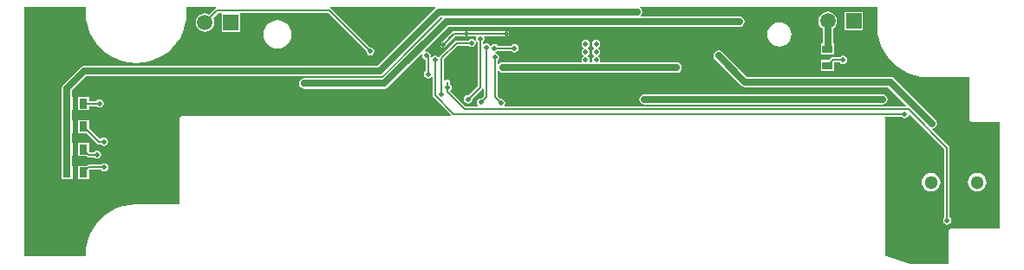
<source format=gbl>
%FSLAX25Y25*%
%MOIN*%
G70*
G01*
G75*
G04 Layer_Physical_Order=2*
G04 Layer_Color=16711680*
%ADD10R,0.07874X0.07874*%
%ADD11R,0.07087X0.07087*%
%ADD12R,0.03937X0.01575*%
%ADD13R,0.03937X0.03150*%
%ADD14R,0.03150X0.03937*%
%ADD15R,0.03937X0.04724*%
%ADD16R,0.04724X0.03937*%
%ADD17R,0.05118X0.05118*%
%ADD18R,0.02362X0.00787*%
%ADD19R,0.03150X0.00787*%
%ADD20R,0.00787X0.02362*%
%ADD21R,0.00787X0.03150*%
%ADD22C,0.04724*%
%ADD23R,0.11811X0.08268*%
%ADD24R,0.05118X0.03150*%
%ADD25R,0.05118X0.03150*%
%ADD26R,0.05000X0.03600*%
%ADD27R,0.03600X0.03600*%
%ADD28R,0.03600X0.05000*%
%ADD29R,0.03600X0.03600*%
%ADD30R,0.08898X0.12402*%
%ADD31R,0.05906X0.02400*%
%ADD32R,0.05118X0.01260*%
%ADD33C,0.02756*%
%ADD34C,0.00787*%
%ADD35C,0.02362*%
%ADD36C,0.01969*%
%ADD37R,0.09252X0.06142*%
%ADD38C,0.05118*%
%ADD39R,0.05906X0.05906*%
%ADD40C,0.05906*%
%ADD41C,0.01969*%
%ADD42C,0.02756*%
G36*
X175296Y-14771D02*
Y-31792D01*
X173385Y-33703D01*
X173385Y-33703D01*
X171852Y-35236D01*
X171696Y-35205D01*
X171082Y-35328D01*
X170561Y-35676D01*
X170213Y-36197D01*
X170091Y-36811D01*
X170213Y-37426D01*
X170561Y-37946D01*
X171082Y-38295D01*
X171696Y-38417D01*
X172311Y-38295D01*
X172832Y-37946D01*
X173180Y-37426D01*
X173302Y-36811D01*
X173271Y-36656D01*
X174804Y-35122D01*
X174804Y-35122D01*
X177009Y-32918D01*
X177179Y-32662D01*
X177658Y-32807D01*
Y-35607D01*
X176830Y-36435D01*
X176674Y-36404D01*
X176060Y-36527D01*
X175539Y-36875D01*
X175191Y-37396D01*
X175069Y-38010D01*
X175191Y-38625D01*
X175487Y-39067D01*
X175251Y-39508D01*
X170849D01*
X164826Y-33485D01*
Y-33429D01*
X164954Y-33343D01*
X165302Y-32822D01*
X165425Y-32208D01*
X165302Y-31593D01*
X164954Y-31073D01*
X164826Y-30987D01*
Y-30075D01*
X164749Y-29691D01*
X164532Y-29366D01*
X164206Y-29148D01*
X163822Y-29072D01*
X163438Y-29148D01*
X163113Y-29366D01*
X162975Y-29572D01*
X162496Y-29427D01*
Y-21288D01*
X167702Y-16082D01*
X171847D01*
X171935Y-16214D01*
X172456Y-16562D01*
X173071Y-16684D01*
X173685Y-16562D01*
X174206Y-16214D01*
X174554Y-15693D01*
X174677Y-15079D01*
X174584Y-14615D01*
X174880Y-14493D01*
X175296Y-14771D01*
D02*
G37*
G36*
X159302Y-1590D02*
X159211Y-1652D01*
X158724Y-2139D01*
X158723Y-2139D01*
X136885Y-23977D01*
X24016D01*
X23248Y-24130D01*
X22596Y-24565D01*
X16058Y-31104D01*
X15622Y-31755D01*
X15470Y-32523D01*
Y-35870D01*
X15311D01*
Y-40988D01*
X15470D01*
Y-44726D01*
X15311D01*
Y-49844D01*
X15470D01*
Y-53583D01*
X15311D01*
Y-58701D01*
X15470D01*
Y-62440D01*
X15311D01*
Y-67558D01*
X19642D01*
Y-62440D01*
X19484D01*
Y-58701D01*
X19642D01*
Y-53583D01*
X19484D01*
Y-49844D01*
X19642D01*
Y-44726D01*
X19484D01*
Y-40988D01*
X19642D01*
Y-35870D01*
X19484D01*
Y-33355D01*
X24847Y-27991D01*
X137716D01*
X138485Y-27839D01*
X139136Y-27404D01*
X146821Y-19718D01*
X146835Y-19709D01*
X146844Y-19695D01*
X161260Y-5279D01*
X161751Y-5376D01*
X161819Y-5540D01*
X138656Y-28703D01*
X108741D01*
X107973Y-28855D01*
X107322Y-29290D01*
X106887Y-29941D01*
X106734Y-30710D01*
X106887Y-31478D01*
X107322Y-32129D01*
X107973Y-32564D01*
X108741Y-32717D01*
X139487D01*
X140255Y-32564D01*
X140906Y-32129D01*
X153700Y-19335D01*
X154141Y-19571D01*
X154064Y-19961D01*
X154186Y-20575D01*
X154534Y-21096D01*
X155055Y-21444D01*
X155292Y-21491D01*
Y-25909D01*
X155160Y-25997D01*
X154812Y-26518D01*
X154690Y-27133D01*
X154812Y-27747D01*
X155160Y-28268D01*
X155681Y-28616D01*
X156296Y-28738D01*
X156910Y-28616D01*
X157431Y-28268D01*
X157527Y-28124D01*
X158006Y-28270D01*
Y-35307D01*
X158006Y-35307D01*
X158006D01*
X158082Y-35691D01*
X158300Y-36016D01*
X165000Y-42717D01*
X164809Y-43179D01*
X61811D01*
X61386Y-43264D01*
X61025Y-43505D01*
X60784Y-43866D01*
X60699Y-44291D01*
Y-77235D01*
X44094D01*
Y-77214D01*
X41557Y-77381D01*
X39063Y-77877D01*
X36655Y-78694D01*
X34375Y-79819D01*
X32261Y-81231D01*
X30349Y-82908D01*
X28672Y-84820D01*
X27260Y-86934D01*
X26135Y-89214D01*
X25318Y-91622D01*
X24822Y-94116D01*
X24655Y-96654D01*
X24676D01*
X24676Y-96654D01*
Y-97313D01*
X1112D01*
Y-1112D01*
X24676D01*
Y-3346D01*
X24676Y-3347D01*
X24655D01*
X24822Y-5884D01*
X25318Y-8378D01*
X26135Y-10786D01*
X27260Y-13066D01*
X28672Y-15180D01*
X30349Y-17092D01*
X32261Y-18769D01*
X34375Y-20181D01*
X36655Y-21306D01*
X39063Y-22123D01*
X41557Y-22619D01*
X44094Y-22786D01*
X46632Y-22619D01*
X49126Y-22123D01*
X51534Y-21306D01*
X53814Y-20181D01*
X55928Y-18769D01*
X57840Y-17092D01*
X59517Y-15180D01*
X60929Y-13066D01*
X62054Y-10786D01*
X62871Y-8378D01*
X63367Y-5884D01*
X63534Y-3347D01*
X63513D01*
Y-1112D01*
X74861D01*
X74910Y-1609D01*
X74797Y-1632D01*
X74471Y-1849D01*
X72218Y-4102D01*
X71435Y-3778D01*
X70510Y-3656D01*
X69585Y-3778D01*
X68723Y-4135D01*
X67983Y-4703D01*
X67415Y-5443D01*
X67058Y-6305D01*
X66936Y-7230D01*
X67058Y-8155D01*
X67415Y-9017D01*
X67983Y-9757D01*
X68723Y-10325D01*
X69585Y-10682D01*
X70510Y-10804D01*
X71435Y-10682D01*
X72297Y-10325D01*
X73037Y-9757D01*
X73605Y-9017D01*
X73962Y-8155D01*
X74084Y-7230D01*
X73962Y-6305D01*
X73638Y-5522D01*
X75597Y-3563D01*
X76613D01*
X76967Y-3916D01*
Y-10773D01*
X84053D01*
Y-3916D01*
X84053Y-3916D01*
D01*
D01*
X84053Y-3687D01*
D01*
X84177Y-3563D01*
X117931D01*
X132502Y-18134D01*
X132472Y-18290D01*
X132594Y-18904D01*
X132942Y-19425D01*
X133463Y-19773D01*
X134077Y-19895D01*
X134692Y-19773D01*
X135213Y-19425D01*
X135561Y-18904D01*
X135683Y-18290D01*
X135561Y-17675D01*
X135213Y-17154D01*
X134692Y-16806D01*
X134077Y-16684D01*
X133922Y-16715D01*
X119056Y-1850D01*
X118730Y-1632D01*
X118618Y-1609D01*
X118667Y-1112D01*
X159157D01*
X159302Y-1590D01*
D02*
G37*
G36*
X329006Y-8858D02*
X328986D01*
X329152Y-11396D01*
X329648Y-13890D01*
X330466Y-16297D01*
X331591Y-18578D01*
X333003Y-20692D01*
X334680Y-22604D01*
X336592Y-24281D01*
X338706Y-25693D01*
X340986Y-26818D01*
X343394Y-27635D01*
X345888Y-28131D01*
X348425Y-28297D01*
Y-28277D01*
X364243D01*
Y-44291D01*
X364243Y-44291D01*
X364243D01*
X364327Y-44717D01*
X364568Y-45078D01*
X364929Y-45319D01*
X365354Y-45403D01*
X376054D01*
Y-86098D01*
Y-86487D01*
X357481D01*
X357055Y-86571D01*
X356694Y-86812D01*
X356453Y-87173D01*
X356369Y-87599D01*
Y-100069D01*
X341891D01*
X332595Y-97358D01*
X332438Y-97344D01*
X332284Y-97313D01*
X332214D01*
Y-44291D01*
X332130Y-43866D01*
X331889Y-43505D01*
X331895Y-43484D01*
X338304D01*
X338392Y-43616D01*
X338913Y-43964D01*
X339528Y-44086D01*
X340142Y-43964D01*
X340663Y-43616D01*
X341011Y-43095D01*
X341083Y-42732D01*
X341562Y-42587D01*
X354863Y-55888D01*
Y-82241D01*
X354731Y-82329D01*
X354383Y-82850D01*
X354260Y-83465D01*
X354383Y-84079D01*
X354731Y-84600D01*
X355252Y-84948D01*
X355866Y-85070D01*
X356481Y-84948D01*
X357001Y-84600D01*
X357350Y-84079D01*
X357472Y-83465D01*
X357350Y-82850D01*
X357001Y-82329D01*
X356870Y-82241D01*
Y-55472D01*
X356793Y-55088D01*
X356576Y-54763D01*
X349955Y-48142D01*
X349968Y-48117D01*
X350736Y-47964D01*
X351388Y-47529D01*
X351823Y-46878D01*
X351975Y-46110D01*
X351823Y-45342D01*
X351388Y-44691D01*
X335356Y-28659D01*
X334705Y-28225D01*
X333937Y-28072D01*
X278942D01*
X269411Y-18541D01*
X268760Y-18106D01*
X267992Y-17954D01*
X267224Y-18106D01*
X266573Y-18541D01*
X266138Y-19193D01*
X265985Y-19961D01*
X266138Y-20729D01*
X266573Y-21380D01*
X276691Y-31498D01*
D01*
X276691D01*
X276691Y-31498D01*
X276691Y-31498D01*
X276691D01*
D01*
X276691D01*
X276691Y-31498D01*
Y-31498D01*
X276691Y-31498D01*
Y-31498D01*
X277342Y-31933D01*
X278110Y-32086D01*
X333106D01*
X340066Y-39046D01*
X339875Y-39508D01*
X185939D01*
X185704Y-39067D01*
X185854Y-38843D01*
X185976Y-38228D01*
X185854Y-37614D01*
X185505Y-37093D01*
X184985Y-36745D01*
X184370Y-36623D01*
X184215Y-36654D01*
X182972Y-35411D01*
Y-25896D01*
X183450Y-25751D01*
X183581Y-25947D01*
X184232Y-26382D01*
X185000Y-26535D01*
X251850D01*
X252619Y-26382D01*
X253270Y-25947D01*
X253705Y-25296D01*
X253857Y-24528D01*
X253705Y-23760D01*
X253270Y-23108D01*
X252619Y-22673D01*
X251850Y-22521D01*
X222757D01*
X222439Y-22134D01*
X222551Y-21575D01*
X222428Y-20960D01*
X222080Y-20439D01*
X221559Y-20091D01*
X222080Y-19679D01*
X222080Y-19679D01*
Y-19679D01*
X222080Y-19679D01*
X222080Y-19679D01*
X222080Y-19679D01*
X222080Y-19679D01*
D01*
X222428Y-19158D01*
X222551Y-18543D01*
X222428Y-17929D01*
X222080Y-17408D01*
X221559Y-17060D01*
X222080Y-16647D01*
X222080Y-16647D01*
Y-16647D01*
X222080Y-16647D01*
X222080Y-16647D01*
X222080Y-16647D01*
X222080Y-16647D01*
D01*
X222428Y-16126D01*
X222551Y-15512D01*
X222428Y-14897D01*
X222080Y-14376D01*
X221559Y-14028D01*
X220945Y-13906D01*
X220330Y-14028D01*
X219810Y-14376D01*
X219461Y-14897D01*
X219339Y-15512D01*
X219461Y-16126D01*
X219810Y-16647D01*
X220005Y-16778D01*
Y-17278D01*
X219810Y-17408D01*
X219461Y-17929D01*
X219339Y-18543D01*
X219461Y-19158D01*
X219810Y-19679D01*
X220005Y-19809D01*
Y-20309D01*
X219810Y-20439D01*
X219461Y-20960D01*
X219339Y-21575D01*
X219450Y-22134D01*
X219148Y-22503D01*
X218648D01*
X218345Y-22134D01*
X218456Y-21575D01*
X218334Y-20960D01*
X217986Y-20439D01*
X217465Y-20091D01*
X217986Y-19679D01*
X217986Y-19679D01*
Y-19679D01*
X217986Y-19679D01*
X217986Y-19679D01*
X217986Y-19679D01*
X217986Y-19679D01*
D01*
X218334Y-19158D01*
X218456Y-18543D01*
X218334Y-17929D01*
X217986Y-17408D01*
X217465Y-17060D01*
X217986Y-16647D01*
X217986Y-16647D01*
Y-16647D01*
X217986Y-16647D01*
X217986Y-16647D01*
X217986Y-16647D01*
X217986Y-16647D01*
D01*
X218334Y-16126D01*
X218456Y-15512D01*
X218334Y-14897D01*
X217986Y-14376D01*
X217465Y-14028D01*
X216850Y-13906D01*
X216236Y-14028D01*
X215715Y-14376D01*
X215367Y-14897D01*
X215245Y-15512D01*
X215367Y-16126D01*
X215715Y-16647D01*
X215910Y-16778D01*
Y-17278D01*
X215715Y-17408D01*
X215367Y-17929D01*
X215245Y-18543D01*
X215367Y-19158D01*
X215715Y-19679D01*
X215910Y-19809D01*
Y-20309D01*
X215715Y-20439D01*
X215367Y-20960D01*
X215245Y-21575D01*
X215356Y-22134D01*
X215039Y-22521D01*
X185000D01*
X184232Y-22673D01*
X183581Y-23108D01*
X183450Y-23304D01*
X182972Y-23159D01*
Y-21775D01*
X183104Y-21687D01*
X183452Y-21166D01*
X183574Y-20551D01*
X183452Y-19937D01*
X183104Y-19416D01*
X182583Y-19068D01*
X181968Y-18946D01*
X182187Y-18617D01*
X182425Y-18570D01*
X182946Y-18222D01*
X183008Y-18129D01*
X188338D01*
X188426Y-18261D01*
X188947Y-18609D01*
X189562Y-18732D01*
X190176Y-18609D01*
X190697Y-18261D01*
X191045Y-17740D01*
X191167Y-17126D01*
X191045Y-16511D01*
X190697Y-15991D01*
X190176Y-15643D01*
X189562Y-15520D01*
X188947Y-15643D01*
X188426Y-15991D01*
X188338Y-16123D01*
X183061D01*
X182946Y-15951D01*
X182425Y-15603D01*
X181811Y-15481D01*
X181197Y-15603D01*
X180676Y-15951D01*
X180629Y-16022D01*
X180448Y-16058D01*
X180105D01*
X179797Y-15597D01*
X179276Y-15249D01*
X178661Y-15127D01*
X178047Y-15249D01*
X177744Y-15451D01*
X177303Y-15216D01*
Y-14688D01*
X177435Y-14600D01*
X177783Y-14079D01*
X177905Y-13465D01*
X177783Y-12850D01*
X178012Y-12421D01*
X186378D01*
X186762Y-12344D01*
X187088Y-12127D01*
X187305Y-11801D01*
X187381Y-11417D01*
X187305Y-11033D01*
X187088Y-10708D01*
X186762Y-10490D01*
X186378Y-10414D01*
X166499D01*
X166115Y-10490D01*
X165790Y-10708D01*
X165192Y-11305D01*
X161256Y-15242D01*
X161038Y-15567D01*
X160962Y-15951D01*
X161038Y-16335D01*
X161256Y-16661D01*
X161581Y-16879D01*
X161965Y-16955D01*
X162349Y-16879D01*
X162675Y-16661D01*
X166915Y-12421D01*
X174586D01*
X174816Y-12850D01*
X174694Y-13465D01*
X174786Y-13928D01*
X174324Y-14119D01*
X174206Y-13943D01*
X173685Y-13595D01*
X173071Y-13473D01*
X172456Y-13595D01*
X171935Y-13943D01*
X171847Y-14075D01*
X167287D01*
X166903Y-14152D01*
X166577Y-14369D01*
X166575Y-14373D01*
X166570Y-14376D01*
X160783Y-20163D01*
X160566Y-20489D01*
X160565Y-20489D01*
Y-20489D01*
X160141Y-20479D01*
X159620Y-20131D01*
X159006Y-20008D01*
X158391Y-20131D01*
X157870Y-20479D01*
X157798Y-20587D01*
X157617Y-20587D01*
X157286Y-20522D01*
X157225Y-20212D01*
X157275Y-19961D01*
X157153Y-19346D01*
X156805Y-18825D01*
X156284Y-18477D01*
X155669Y-18355D01*
X155279Y-18432D01*
X155044Y-17992D01*
X164138Y-8897D01*
X276024D01*
X276792Y-8744D01*
X277443Y-8309D01*
X277878Y-7658D01*
X278031Y-6890D01*
X277878Y-6122D01*
X277443Y-5471D01*
X276792Y-5035D01*
X276024Y-4883D01*
X238262D01*
X238026Y-4442D01*
X238429Y-3839D01*
X238582Y-3071D01*
X238429Y-2303D01*
X237994Y-1652D01*
X237403Y-1257D01*
Y-1257D01*
X237403D01*
X237343Y-1217D01*
Y-1217D01*
X237353Y-1112D01*
X329006D01*
Y-8858D01*
D02*
G37*
%LPC*%
G36*
X25941Y-35870D02*
X21611D01*
Y-40988D01*
X25941D01*
Y-39432D01*
X28815D01*
X28886Y-39539D01*
X29407Y-39887D01*
X30022Y-40009D01*
X30636Y-39887D01*
X31157Y-39539D01*
X31505Y-39018D01*
X31627Y-38404D01*
X31505Y-37789D01*
X31157Y-37268D01*
X30636Y-36920D01*
X30022Y-36798D01*
X29407Y-36920D01*
X28886Y-37268D01*
X28781Y-37425D01*
X25941D01*
Y-35870D01*
D02*
G37*
G36*
Y-44726D02*
X21611D01*
Y-49844D01*
X24916D01*
X28949Y-53877D01*
X29274Y-54095D01*
X29338Y-54107D01*
X29658Y-54171D01*
X30412D01*
X30500Y-54303D01*
X31021Y-54651D01*
X31636Y-54773D01*
X32250Y-54651D01*
X32771Y-54303D01*
X33119Y-53782D01*
X33241Y-53167D01*
X33119Y-52553D01*
X32771Y-52032D01*
X32250Y-51684D01*
X31636Y-51562D01*
X31021Y-51684D01*
X30500Y-52032D01*
X30496Y-52039D01*
X29998Y-52088D01*
X25941Y-48031D01*
Y-44726D01*
D02*
G37*
G36*
Y-53583D02*
X21611D01*
Y-58701D01*
X24916D01*
X25013Y-58798D01*
X25339Y-59016D01*
X25723Y-59092D01*
X27853D01*
X27941Y-59224D01*
X28462Y-59572D01*
X29077Y-59694D01*
X29691Y-59572D01*
X30212Y-59224D01*
X30560Y-58703D01*
X30682Y-58089D01*
X30560Y-57474D01*
X30212Y-56953D01*
X29691Y-56605D01*
X29077Y-56483D01*
X28462Y-56605D01*
X27941Y-56953D01*
X27853Y-57085D01*
X26138D01*
X25941Y-56888D01*
Y-53583D01*
D02*
G37*
G36*
X349687Y-65170D02*
X348762Y-65292D01*
X347900Y-65649D01*
X347159Y-66217D01*
X346591Y-66957D01*
X346234Y-67819D01*
X346113Y-68744D01*
X346234Y-69669D01*
X346591Y-70531D01*
X347159Y-71271D01*
X347900Y-71839D01*
X348762Y-72196D01*
X349687Y-72318D01*
X350611Y-72196D01*
X351473Y-71839D01*
X352214Y-71271D01*
X352782Y-70531D01*
X353139Y-69669D01*
X353260Y-68744D01*
X353139Y-67819D01*
X352782Y-66957D01*
X352214Y-66217D01*
X351473Y-65649D01*
X350611Y-65292D01*
X349687Y-65170D01*
D02*
G37*
G36*
X367403D02*
X366478Y-65292D01*
X365616Y-65649D01*
X364876Y-66217D01*
X364308Y-66957D01*
X363951Y-67819D01*
X363829Y-68744D01*
X363951Y-69669D01*
X364308Y-70531D01*
X364876Y-71271D01*
X365616Y-71839D01*
X366478Y-72196D01*
X367403Y-72318D01*
X368328Y-72196D01*
X369190Y-71839D01*
X369930Y-71271D01*
X370498Y-70531D01*
X370855Y-69669D01*
X370977Y-68744D01*
X370855Y-67819D01*
X370498Y-66957D01*
X369930Y-66217D01*
X369190Y-65649D01*
X368328Y-65292D01*
X367403Y-65170D01*
D02*
G37*
G36*
X31833Y-61404D02*
X31218Y-61527D01*
X30697Y-61875D01*
X30609Y-62006D01*
X25765D01*
X25381Y-62083D01*
X25055Y-62300D01*
X24916Y-62440D01*
X21611D01*
Y-67558D01*
X25941D01*
Y-64253D01*
X26180Y-64013D01*
X30609D01*
X30697Y-64145D01*
X31218Y-64493D01*
X31833Y-64616D01*
X32447Y-64493D01*
X32968Y-64145D01*
X33316Y-63625D01*
X33438Y-63010D01*
X33316Y-62396D01*
X32968Y-61875D01*
X32447Y-61527D01*
X31833Y-61404D01*
D02*
G37*
G36*
X98418Y-6344D02*
X97003Y-6530D01*
X95684Y-7076D01*
X94551Y-7945D01*
X93682Y-9078D01*
X93136Y-10396D01*
X92950Y-11812D01*
X93136Y-13227D01*
X93682Y-14546D01*
X94551Y-15678D01*
X95684Y-16547D01*
X97003Y-17093D01*
X98418Y-17280D01*
X99833Y-17093D01*
X101152Y-16547D01*
X102285Y-15678D01*
X103153Y-14546D01*
X103700Y-13227D01*
X103886Y-11812D01*
X103700Y-10396D01*
X103153Y-9078D01*
X102285Y-7945D01*
X101152Y-7076D01*
X99833Y-6530D01*
X98418Y-6344D01*
D02*
G37*
G36*
X291332Y-7138D02*
X290122Y-7297D01*
X288995Y-7764D01*
X288027Y-8507D01*
X287284Y-9475D01*
X286817Y-10602D01*
X286658Y-11812D01*
X286817Y-13021D01*
X287284Y-14149D01*
X288027Y-15117D01*
X288995Y-15859D01*
X290122Y-16326D01*
X291332Y-16486D01*
X292541Y-16326D01*
X293668Y-15859D01*
X294636Y-15117D01*
X295379Y-14149D01*
X295846Y-13021D01*
X296005Y-11812D01*
X295846Y-10602D01*
X295379Y-9475D01*
X294636Y-8507D01*
X293668Y-7764D01*
X292541Y-7297D01*
X291332Y-7138D01*
D02*
G37*
G36*
X323493Y-3067D02*
X316407D01*
Y-10153D01*
X323493D01*
Y-3067D01*
D02*
G37*
G36*
X331044Y-34823D02*
X239469D01*
X238701Y-34976D01*
X238050Y-35411D01*
X237615Y-36062D01*
X237462Y-36830D01*
X237615Y-37598D01*
X238050Y-38249D01*
X238701Y-38684D01*
X239469Y-38837D01*
X331044D01*
X331812Y-38684D01*
X332463Y-38249D01*
X332898Y-37598D01*
X333051Y-36830D01*
X332898Y-36062D01*
X332463Y-35411D01*
X331812Y-34976D01*
X331044Y-34823D01*
D02*
G37*
G36*
X315838Y-19980D02*
X315223Y-20102D01*
X314702Y-20450D01*
X314614Y-20582D01*
X311914D01*
X311594Y-20646D01*
X311530Y-20659D01*
X311204Y-20876D01*
X310526Y-21554D01*
X307331D01*
Y-25885D01*
X312449D01*
Y-22589D01*
X314614D01*
X314702Y-22721D01*
X315223Y-23069D01*
X315838Y-23191D01*
X316452Y-23069D01*
X316973Y-22721D01*
X317321Y-22200D01*
X317443Y-21586D01*
X317321Y-20971D01*
X316973Y-20450D01*
X316452Y-20102D01*
X315838Y-19980D01*
D02*
G37*
G36*
X309950Y-3036D02*
X309025Y-3158D01*
X308163Y-3515D01*
X307423Y-4083D01*
X306855Y-4823D01*
X306498Y-5685D01*
X306376Y-6610D01*
X306498Y-7535D01*
X306855Y-8397D01*
X307423Y-9137D01*
X307943Y-9536D01*
Y-15255D01*
X307331D01*
Y-19586D01*
X312449D01*
Y-15255D01*
X311957D01*
Y-9536D01*
X312477Y-9137D01*
X313045Y-8397D01*
X313402Y-7535D01*
X313524Y-6610D01*
X313402Y-5685D01*
X313045Y-4823D01*
X312477Y-4083D01*
X311737Y-3515D01*
X310875Y-3158D01*
X309950Y-3036D01*
D02*
G37*
%LPD*%
D13*
X309890Y-17420D02*
D03*
Y-23720D02*
D03*
D14*
X17477Y-56142D02*
D03*
X23776D02*
D03*
X17477Y-38429D02*
D03*
X23776D02*
D03*
X17477Y-47285D02*
D03*
X23776D02*
D03*
X17477Y-64999D02*
D03*
X23776D02*
D03*
D33*
X309950Y-17360D02*
Y-6610D01*
X267992Y-19961D02*
X278110Y-30079D01*
X333937D01*
X349968Y-46110D01*
X239469Y-36830D02*
X331044D01*
X17477Y-64999D02*
Y-56142D01*
Y-47285D01*
Y-38429D01*
Y-32523D02*
X24016Y-25984D01*
X17477Y-38429D02*
Y-32523D01*
X185000Y-24528D02*
X251850D01*
X24016Y-25984D02*
X137716D01*
X160143Y-3558D01*
X160630Y-3071D02*
X236575D01*
X160143Y-3558D02*
X160630Y-3071D01*
X196653Y-6890D02*
X276024D01*
X108741Y-30710D02*
X139487D01*
X163307Y-6890D01*
X196653D01*
D34*
X25765Y-63010D02*
X31833D01*
X23776Y-64999D02*
X25765Y-63010D01*
X25723Y-58089D02*
X29077D01*
X23776Y-56142D02*
X25723Y-58089D01*
X29658Y-53167D02*
X31636D01*
X23776Y-47285D02*
X29658Y-53167D01*
X23776Y-38429D02*
X29996D01*
X163822Y-33901D02*
Y-30075D01*
X171696Y-36811D02*
X174094Y-34413D01*
X161493Y-35007D02*
Y-20873D01*
X163822Y-33901D02*
X170433Y-40512D01*
X311914Y-21586D02*
X315838D01*
X309684Y-23815D02*
X309835Y-23665D01*
X311914Y-21586D01*
X170433Y-40512D02*
X340905D01*
X355866Y-55472D01*
Y-83465D02*
Y-55472D01*
X118347Y-2559D02*
X134077Y-18290D01*
X75181Y-2559D02*
X118347D01*
X70510Y-7230D02*
X75181Y-2559D01*
X161493Y-20873D02*
X167280Y-15085D01*
X161965Y-15951D02*
X165902Y-12015D01*
X159009Y-35307D02*
X166182Y-42480D01*
X159009Y-35307D02*
Y-21614D01*
X166182Y-42480D02*
X339528D01*
X181811Y-17126D02*
X189562D01*
X167287Y-15079D02*
X173071D01*
X170984Y-11417D02*
X186378D01*
X176299Y-32208D02*
Y-13465D01*
X171696Y-36811D02*
X176299Y-32208D01*
X166499Y-11417D02*
X170984D01*
X161965Y-15951D02*
X166499Y-11417D01*
X155669Y-19961D02*
X156296Y-20587D01*
Y-27133D02*
Y-20587D01*
X181968Y-35826D02*
X184370Y-38228D01*
X181968Y-35826D02*
Y-20551D01*
X178661Y-36023D02*
Y-16732D01*
X176674Y-38010D02*
X178661Y-36023D01*
D38*
X367403Y-68744D02*
D03*
X349687D02*
D03*
D39*
X319950Y-6610D02*
D03*
X80510Y-7230D02*
D03*
D40*
X309950Y-6610D02*
D03*
X70510Y-7230D02*
D03*
D41*
X31636Y-53167D02*
D03*
X29077Y-58089D02*
D03*
X31833Y-63010D02*
D03*
X30022Y-38404D02*
D03*
X178661Y-16732D02*
D03*
X181811Y-17087D02*
D03*
X176674Y-38010D02*
D03*
X184370Y-38228D02*
D03*
X163819Y-32208D02*
D03*
X173071Y-15079D02*
D03*
X171696Y-36811D02*
D03*
X159006Y-21614D02*
D03*
X161493Y-35007D02*
D03*
X315838Y-21586D02*
D03*
X176299Y-13465D02*
D03*
X189562Y-17126D02*
D03*
X355866Y-83465D02*
D03*
X339528Y-42480D02*
D03*
X349968Y-46110D02*
D03*
X168776Y-23471D02*
D03*
Y-26030D02*
D03*
X171414D02*
D03*
Y-23511D02*
D03*
X216850Y-15512D02*
D03*
Y-18543D02*
D03*
X220945Y-15512D02*
D03*
X216850Y-21575D02*
D03*
X146811Y-4961D02*
D03*
X134077Y-18290D02*
D03*
X30197Y-45748D02*
D03*
X43425Y-45197D02*
D03*
X220945Y-18543D02*
D03*
Y-21575D02*
D03*
X155669Y-19961D02*
D03*
X156296Y-27133D02*
D03*
X161965Y-15951D02*
D03*
X256378Y-3032D02*
D03*
X351181Y-54213D02*
D03*
X255906Y-31772D02*
D03*
X250827Y-31653D02*
D03*
X233583Y-31378D02*
D03*
X181968Y-20551D02*
D03*
X170984Y-11417D02*
D03*
X186378D02*
D03*
X267835Y-3110D02*
D03*
X268307Y-10630D02*
D03*
X255591Y-10905D02*
D03*
X290945Y-24370D02*
D03*
X354921Y-39173D02*
D03*
X338150Y-82402D02*
D03*
X31417Y-31339D02*
D03*
X339016Y-95000D02*
D03*
X24449Y-18898D02*
D03*
X110000Y-20945D02*
D03*
X31417Y-72913D02*
D03*
X68583Y-32205D02*
D03*
X86457Y-19764D02*
D03*
X72165Y-17362D02*
D03*
X56811Y-32008D02*
D03*
X57047Y-59252D02*
D03*
X126772Y-15551D02*
D03*
X132992Y-4567D02*
D03*
X88150Y-7520D02*
D03*
X108583Y-6260D02*
D03*
D42*
X267992Y-19961D02*
D03*
X239469Y-36830D02*
D03*
X331044D02*
D03*
X108741Y-30710D02*
D03*
X236575Y-3071D02*
D03*
X276024Y-6890D02*
D03*
X251850Y-24528D02*
D03*
X185000D02*
D03*
X145416Y-18290D02*
D03*
X160143Y-3558D02*
D03*
X196653Y-6890D02*
D03*
M02*

</source>
